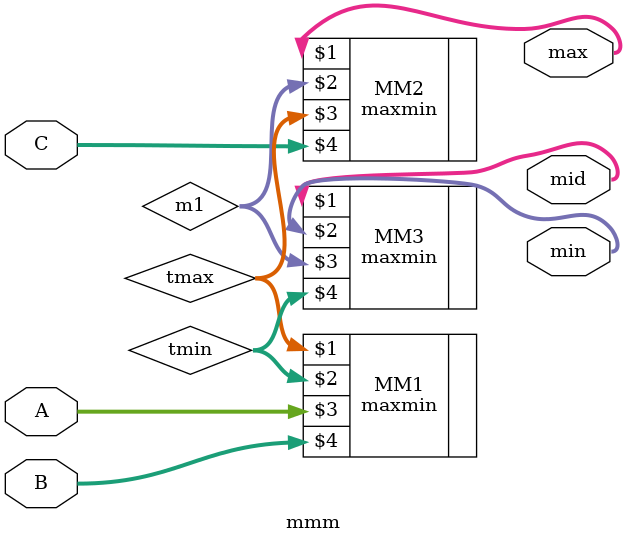
<source format=v>
module mmm (max,mid,min,A,B,C); //272*3 = 816

input [7:0] A,B,C;
output [7:0] max,mid,min;

wire [7:0] tmax,tmin,m1;

maxmin MM1 (tmax,tmin,A,B);
maxmin MM2 (max,m1,tmax,C);
maxmin MM3 (mid,min,m1,tmin);

endmodule

</source>
